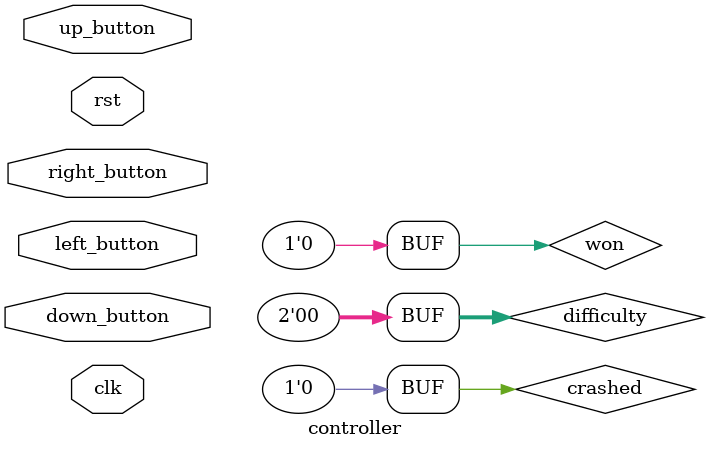
<source format=sv>
module controller (
    input logic clk,
    input logic rst,
    input logic up_button,
    input logic right_button,
    input logic down_button,
    input logic left_button
);
    localparam DIFF_SELECTION_STATE = 2'b00;
    localparam PLAYING_STATE = 2'b01;
    localparam WIN_STATE = 2'b10;
    localparam GAME_OVER_STATE = 2'b11;
    
    localparam MAX_BODY_LENGTH = 32;

    logic [1:0] difficulty = 0;
    logic won = 0;
    logic crashed = 0;


    logic [1:0] state = DIFF_SELECTION_STATE;
    logic [1:0] next_state;

    always_ff @(posedge clk or posedge rst) begin
      if (rst) state <= DIFF_SELECTION_STATE;
      else state <= next_state;  
    end

    always_comb begin
      case (state)
        DIFF_SELECTION_STATE: begin
          if (difficulty == difficulty_selector.UNSET) begin
            next_state <= DIFF_SELECTION_STATE;
          end 
          else begin
            next_state <= PLAYING_STATE;
          end
        end
        PLAYING_STATE: begin
          if (won) next_state <= WIN_STATE;
          else if (crashed) next_state <= GAME_OVER_STATE;
          else next_state <= PLAYING_STATE;
        end
        WIN_STATE: begin
          next_state <= WIN_STATE;
        end
        GAME_OVER_STATE: begin
          next_state <= GAME_OVER_STATE;
        end
        default: next_state <= DIFF_SELECTION_STATE;
      endcase
    end
endmodule

</source>
